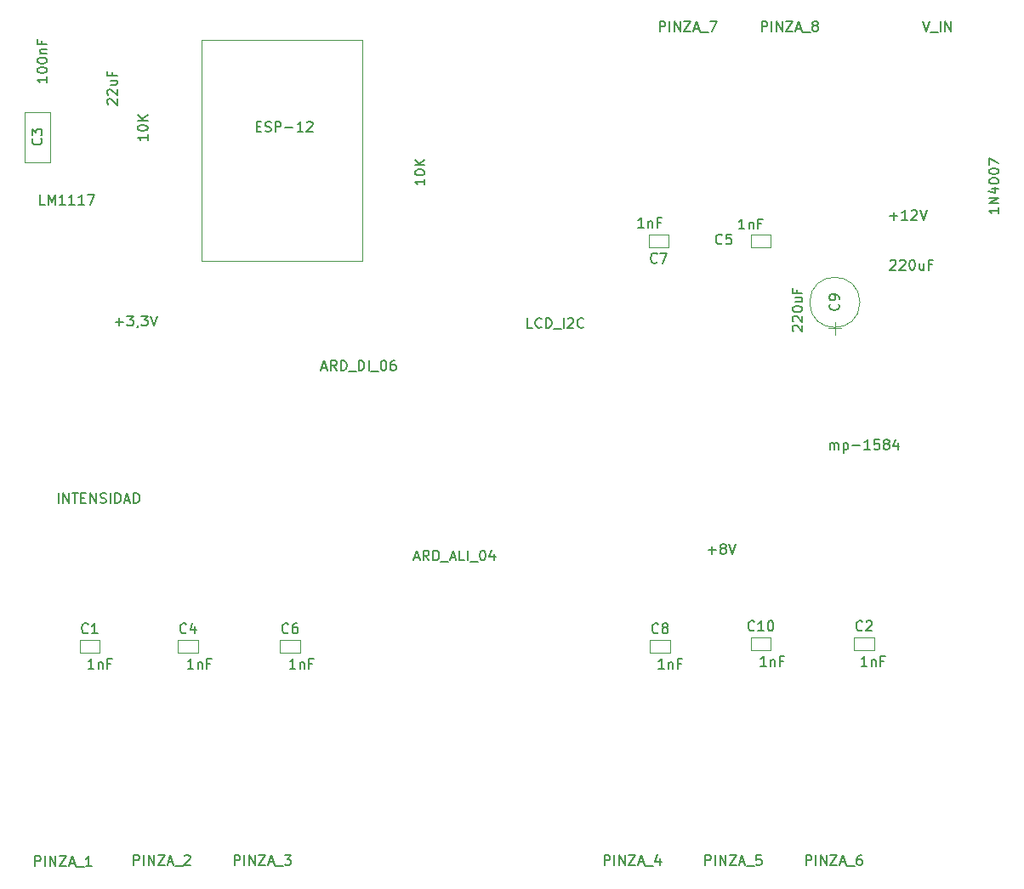
<source format=gbr>
G04 #@! TF.FileFunction,Other,Fab,Top*
%FSLAX46Y46*%
G04 Gerber Fmt 4.6, Leading zero omitted, Abs format (unit mm)*
G04 Created by KiCad (PCBNEW 4.0.7-e2-6376~58~ubuntu16.04.1) date Tue Dec 12 15:57:28 2017*
%MOMM*%
%LPD*%
G01*
G04 APERTURE LIST*
%ADD10C,0.100000*%
%ADD11C,0.050000*%
%ADD12C,0.150000*%
G04 APERTURE END LIST*
D10*
D11*
X125800000Y-46300000D02*
X125800000Y-68300000D01*
X125800000Y-68300000D02*
X109800000Y-68300000D01*
X109792000Y-68300000D02*
X109792000Y-46300000D01*
X109800000Y-46300000D02*
X125800000Y-46300000D01*
D10*
X92222000Y-58420000D02*
X94722000Y-58420000D01*
X94722000Y-58420000D02*
X94722000Y-53420000D01*
X94722000Y-53420000D02*
X92222000Y-53420000D01*
X92222000Y-53420000D02*
X92222000Y-58420000D01*
X175347000Y-72406000D02*
G75*
G03X175347000Y-72406000I-2500000J0D01*
G01*
X172847000Y-75606000D02*
X172847000Y-74406000D01*
X172197000Y-75006000D02*
X173497000Y-75006000D01*
X174768000Y-107046000D02*
X174768000Y-105806000D01*
X176768000Y-107046000D02*
X174768000Y-107046000D01*
X176768000Y-105806000D02*
X176768000Y-107046000D01*
X174768000Y-105806000D02*
X176768000Y-105806000D01*
X107458000Y-107300000D02*
X107458000Y-106060000D01*
X109458000Y-107300000D02*
X107458000Y-107300000D01*
X109458000Y-106060000D02*
X109458000Y-107300000D01*
X107458000Y-106060000D02*
X109458000Y-106060000D01*
X166481000Y-65674000D02*
X166481000Y-66914000D01*
X164481000Y-65674000D02*
X166481000Y-65674000D01*
X164481000Y-66914000D02*
X164481000Y-65674000D01*
X166481000Y-66914000D02*
X164481000Y-66914000D01*
X117618000Y-107300000D02*
X117618000Y-106060000D01*
X119618000Y-107300000D02*
X117618000Y-107300000D01*
X119618000Y-106060000D02*
X119618000Y-107300000D01*
X117618000Y-106060000D02*
X119618000Y-106060000D01*
X156321000Y-65674000D02*
X156321000Y-66914000D01*
X154321000Y-65674000D02*
X156321000Y-65674000D01*
X154321000Y-66914000D02*
X154321000Y-65674000D01*
X156321000Y-66914000D02*
X154321000Y-66914000D01*
X154448000Y-107300000D02*
X154448000Y-106060000D01*
X156448000Y-107300000D02*
X154448000Y-107300000D01*
X156448000Y-106060000D02*
X156448000Y-107300000D01*
X154448000Y-106060000D02*
X156448000Y-106060000D01*
X164481000Y-107046000D02*
X164481000Y-105806000D01*
X166481000Y-107046000D02*
X164481000Y-107046000D01*
X166481000Y-105806000D02*
X166481000Y-107046000D01*
X164481000Y-105806000D02*
X166481000Y-105806000D01*
X97679000Y-107300000D02*
X97679000Y-106060000D01*
X99679000Y-107300000D02*
X97679000Y-107300000D01*
X99679000Y-106060000D02*
X99679000Y-107300000D01*
X97679000Y-106060000D02*
X99679000Y-106060000D01*
D12*
X172363238Y-87066381D02*
X172363238Y-86399714D01*
X172363238Y-86494952D02*
X172410857Y-86447333D01*
X172506095Y-86399714D01*
X172648953Y-86399714D01*
X172744191Y-86447333D01*
X172791810Y-86542571D01*
X172791810Y-87066381D01*
X172791810Y-86542571D02*
X172839429Y-86447333D01*
X172934667Y-86399714D01*
X173077524Y-86399714D01*
X173172762Y-86447333D01*
X173220381Y-86542571D01*
X173220381Y-87066381D01*
X173696571Y-86399714D02*
X173696571Y-87399714D01*
X173696571Y-86447333D02*
X173791809Y-86399714D01*
X173982286Y-86399714D01*
X174077524Y-86447333D01*
X174125143Y-86494952D01*
X174172762Y-86590190D01*
X174172762Y-86875905D01*
X174125143Y-86971143D01*
X174077524Y-87018762D01*
X173982286Y-87066381D01*
X173791809Y-87066381D01*
X173696571Y-87018762D01*
X174601333Y-86685429D02*
X175363238Y-86685429D01*
X176363238Y-87066381D02*
X175791809Y-87066381D01*
X176077523Y-87066381D02*
X176077523Y-86066381D01*
X175982285Y-86209238D01*
X175887047Y-86304476D01*
X175791809Y-86352095D01*
X177268000Y-86066381D02*
X176791809Y-86066381D01*
X176744190Y-86542571D01*
X176791809Y-86494952D01*
X176887047Y-86447333D01*
X177125143Y-86447333D01*
X177220381Y-86494952D01*
X177268000Y-86542571D01*
X177315619Y-86637810D01*
X177315619Y-86875905D01*
X177268000Y-86971143D01*
X177220381Y-87018762D01*
X177125143Y-87066381D01*
X176887047Y-87066381D01*
X176791809Y-87018762D01*
X176744190Y-86971143D01*
X177887047Y-86494952D02*
X177791809Y-86447333D01*
X177744190Y-86399714D01*
X177696571Y-86304476D01*
X177696571Y-86256857D01*
X177744190Y-86161619D01*
X177791809Y-86114000D01*
X177887047Y-86066381D01*
X178077524Y-86066381D01*
X178172762Y-86114000D01*
X178220381Y-86161619D01*
X178268000Y-86256857D01*
X178268000Y-86304476D01*
X178220381Y-86399714D01*
X178172762Y-86447333D01*
X178077524Y-86494952D01*
X177887047Y-86494952D01*
X177791809Y-86542571D01*
X177744190Y-86590190D01*
X177696571Y-86685429D01*
X177696571Y-86875905D01*
X177744190Y-86971143D01*
X177791809Y-87018762D01*
X177887047Y-87066381D01*
X178077524Y-87066381D01*
X178172762Y-87018762D01*
X178220381Y-86971143D01*
X178268000Y-86875905D01*
X178268000Y-86685429D01*
X178220381Y-86590190D01*
X178172762Y-86542571D01*
X178077524Y-86494952D01*
X179125143Y-86399714D02*
X179125143Y-87066381D01*
X178887047Y-86018762D02*
X178648952Y-86733048D01*
X179268000Y-86733048D01*
X181612810Y-44415381D02*
X181946143Y-45415381D01*
X182279477Y-44415381D01*
X182374715Y-45510619D02*
X183136620Y-45510619D01*
X183374715Y-45415381D02*
X183374715Y-44415381D01*
X183850905Y-45415381D02*
X183850905Y-44415381D01*
X184422334Y-45415381D01*
X184422334Y-44415381D01*
X130977190Y-97829667D02*
X131453381Y-97829667D01*
X130881952Y-98115381D02*
X131215285Y-97115381D01*
X131548619Y-98115381D01*
X132453381Y-98115381D02*
X132120047Y-97639190D01*
X131881952Y-98115381D02*
X131881952Y-97115381D01*
X132262905Y-97115381D01*
X132358143Y-97163000D01*
X132405762Y-97210619D01*
X132453381Y-97305857D01*
X132453381Y-97448714D01*
X132405762Y-97543952D01*
X132358143Y-97591571D01*
X132262905Y-97639190D01*
X131881952Y-97639190D01*
X132881952Y-98115381D02*
X132881952Y-97115381D01*
X133120047Y-97115381D01*
X133262905Y-97163000D01*
X133358143Y-97258238D01*
X133405762Y-97353476D01*
X133453381Y-97543952D01*
X133453381Y-97686810D01*
X133405762Y-97877286D01*
X133358143Y-97972524D01*
X133262905Y-98067762D01*
X133120047Y-98115381D01*
X132881952Y-98115381D01*
X133643857Y-98210619D02*
X134405762Y-98210619D01*
X134596238Y-97829667D02*
X135072429Y-97829667D01*
X134501000Y-98115381D02*
X134834333Y-97115381D01*
X135167667Y-98115381D01*
X135977191Y-98115381D02*
X135501000Y-98115381D01*
X135501000Y-97115381D01*
X136310524Y-98115381D02*
X136310524Y-97115381D01*
X136548619Y-98210619D02*
X137310524Y-98210619D01*
X137739095Y-97115381D02*
X137834334Y-97115381D01*
X137929572Y-97163000D01*
X137977191Y-97210619D01*
X138024810Y-97305857D01*
X138072429Y-97496333D01*
X138072429Y-97734429D01*
X138024810Y-97924905D01*
X137977191Y-98020143D01*
X137929572Y-98067762D01*
X137834334Y-98115381D01*
X137739095Y-98115381D01*
X137643857Y-98067762D01*
X137596238Y-98020143D01*
X137548619Y-97924905D01*
X137501000Y-97734429D01*
X137501000Y-97496333D01*
X137548619Y-97305857D01*
X137596238Y-97210619D01*
X137643857Y-97163000D01*
X137739095Y-97115381D01*
X138929572Y-97448714D02*
X138929572Y-98115381D01*
X138691476Y-97067762D02*
X138453381Y-97782048D01*
X139072429Y-97782048D01*
X94226334Y-62682381D02*
X93750143Y-62682381D01*
X93750143Y-61682381D01*
X94559667Y-62682381D02*
X94559667Y-61682381D01*
X94893001Y-62396667D01*
X95226334Y-61682381D01*
X95226334Y-62682381D01*
X96226334Y-62682381D02*
X95654905Y-62682381D01*
X95940619Y-62682381D02*
X95940619Y-61682381D01*
X95845381Y-61825238D01*
X95750143Y-61920476D01*
X95654905Y-61968095D01*
X97178715Y-62682381D02*
X96607286Y-62682381D01*
X96893000Y-62682381D02*
X96893000Y-61682381D01*
X96797762Y-61825238D01*
X96702524Y-61920476D01*
X96607286Y-61968095D01*
X98131096Y-62682381D02*
X97559667Y-62682381D01*
X97845381Y-62682381D02*
X97845381Y-61682381D01*
X97750143Y-61825238D01*
X97654905Y-61920476D01*
X97559667Y-61968095D01*
X98464429Y-61682381D02*
X99131096Y-61682381D01*
X98702524Y-62682381D01*
X115288095Y-54878571D02*
X115621429Y-54878571D01*
X115764286Y-55402381D02*
X115288095Y-55402381D01*
X115288095Y-54402381D01*
X115764286Y-54402381D01*
X116145238Y-55354762D02*
X116288095Y-55402381D01*
X116526191Y-55402381D01*
X116621429Y-55354762D01*
X116669048Y-55307143D01*
X116716667Y-55211905D01*
X116716667Y-55116667D01*
X116669048Y-55021429D01*
X116621429Y-54973810D01*
X116526191Y-54926190D01*
X116335714Y-54878571D01*
X116240476Y-54830952D01*
X116192857Y-54783333D01*
X116145238Y-54688095D01*
X116145238Y-54592857D01*
X116192857Y-54497619D01*
X116240476Y-54450000D01*
X116335714Y-54402381D01*
X116573810Y-54402381D01*
X116716667Y-54450000D01*
X117145238Y-55402381D02*
X117145238Y-54402381D01*
X117526191Y-54402381D01*
X117621429Y-54450000D01*
X117669048Y-54497619D01*
X117716667Y-54592857D01*
X117716667Y-54735714D01*
X117669048Y-54830952D01*
X117621429Y-54878571D01*
X117526191Y-54926190D01*
X117145238Y-54926190D01*
X118145238Y-55021429D02*
X118907143Y-55021429D01*
X119907143Y-55402381D02*
X119335714Y-55402381D01*
X119621428Y-55402381D02*
X119621428Y-54402381D01*
X119526190Y-54545238D01*
X119430952Y-54640476D01*
X119335714Y-54688095D01*
X120288095Y-54497619D02*
X120335714Y-54450000D01*
X120430952Y-54402381D01*
X120669048Y-54402381D01*
X120764286Y-54450000D01*
X120811905Y-54497619D01*
X120859524Y-54592857D01*
X120859524Y-54688095D01*
X120811905Y-54830952D01*
X120240476Y-55402381D01*
X120859524Y-55402381D01*
X178363952Y-68264619D02*
X178411571Y-68217000D01*
X178506809Y-68169381D01*
X178744905Y-68169381D01*
X178840143Y-68217000D01*
X178887762Y-68264619D01*
X178935381Y-68359857D01*
X178935381Y-68455095D01*
X178887762Y-68597952D01*
X178316333Y-69169381D01*
X178935381Y-69169381D01*
X179316333Y-68264619D02*
X179363952Y-68217000D01*
X179459190Y-68169381D01*
X179697286Y-68169381D01*
X179792524Y-68217000D01*
X179840143Y-68264619D01*
X179887762Y-68359857D01*
X179887762Y-68455095D01*
X179840143Y-68597952D01*
X179268714Y-69169381D01*
X179887762Y-69169381D01*
X180506809Y-68169381D02*
X180602048Y-68169381D01*
X180697286Y-68217000D01*
X180744905Y-68264619D01*
X180792524Y-68359857D01*
X180840143Y-68550333D01*
X180840143Y-68788429D01*
X180792524Y-68978905D01*
X180744905Y-69074143D01*
X180697286Y-69121762D01*
X180602048Y-69169381D01*
X180506809Y-69169381D01*
X180411571Y-69121762D01*
X180363952Y-69074143D01*
X180316333Y-68978905D01*
X180268714Y-68788429D01*
X180268714Y-68550333D01*
X180316333Y-68359857D01*
X180363952Y-68264619D01*
X180411571Y-68217000D01*
X180506809Y-68169381D01*
X181697286Y-68502714D02*
X181697286Y-69169381D01*
X181268714Y-68502714D02*
X181268714Y-69026524D01*
X181316333Y-69121762D01*
X181411571Y-69169381D01*
X181554429Y-69169381D01*
X181649667Y-69121762D01*
X181697286Y-69074143D01*
X182506810Y-68645571D02*
X182173476Y-68645571D01*
X182173476Y-69169381D02*
X182173476Y-68169381D01*
X182649667Y-68169381D01*
X100512619Y-52696857D02*
X100465000Y-52649238D01*
X100417381Y-52554000D01*
X100417381Y-52315904D01*
X100465000Y-52220666D01*
X100512619Y-52173047D01*
X100607857Y-52125428D01*
X100703095Y-52125428D01*
X100845952Y-52173047D01*
X101417381Y-52744476D01*
X101417381Y-52125428D01*
X100512619Y-51744476D02*
X100465000Y-51696857D01*
X100417381Y-51601619D01*
X100417381Y-51363523D01*
X100465000Y-51268285D01*
X100512619Y-51220666D01*
X100607857Y-51173047D01*
X100703095Y-51173047D01*
X100845952Y-51220666D01*
X101417381Y-51792095D01*
X101417381Y-51173047D01*
X100750714Y-50315904D02*
X101417381Y-50315904D01*
X100750714Y-50744476D02*
X101274524Y-50744476D01*
X101369762Y-50696857D01*
X101417381Y-50601619D01*
X101417381Y-50458761D01*
X101369762Y-50363523D01*
X101322143Y-50315904D01*
X100893571Y-49506380D02*
X100893571Y-49839714D01*
X101417381Y-49839714D02*
X100417381Y-49839714D01*
X100417381Y-49363523D01*
X189174381Y-62975857D02*
X189174381Y-63547286D01*
X189174381Y-63261572D02*
X188174381Y-63261572D01*
X188317238Y-63356810D01*
X188412476Y-63452048D01*
X188460095Y-63547286D01*
X189174381Y-62547286D02*
X188174381Y-62547286D01*
X189174381Y-61975857D01*
X188174381Y-61975857D01*
X188507714Y-61071095D02*
X189174381Y-61071095D01*
X188126762Y-61309191D02*
X188841048Y-61547286D01*
X188841048Y-60928238D01*
X188174381Y-60356810D02*
X188174381Y-60261571D01*
X188222000Y-60166333D01*
X188269619Y-60118714D01*
X188364857Y-60071095D01*
X188555333Y-60023476D01*
X188793429Y-60023476D01*
X188983905Y-60071095D01*
X189079143Y-60118714D01*
X189126762Y-60166333D01*
X189174381Y-60261571D01*
X189174381Y-60356810D01*
X189126762Y-60452048D01*
X189079143Y-60499667D01*
X188983905Y-60547286D01*
X188793429Y-60594905D01*
X188555333Y-60594905D01*
X188364857Y-60547286D01*
X188269619Y-60499667D01*
X188222000Y-60452048D01*
X188174381Y-60356810D01*
X188174381Y-59404429D02*
X188174381Y-59309190D01*
X188222000Y-59213952D01*
X188269619Y-59166333D01*
X188364857Y-59118714D01*
X188555333Y-59071095D01*
X188793429Y-59071095D01*
X188983905Y-59118714D01*
X189079143Y-59166333D01*
X189126762Y-59213952D01*
X189174381Y-59309190D01*
X189174381Y-59404429D01*
X189126762Y-59499667D01*
X189079143Y-59547286D01*
X188983905Y-59594905D01*
X188793429Y-59642524D01*
X188555333Y-59642524D01*
X188364857Y-59594905D01*
X188269619Y-59547286D01*
X188222000Y-59499667D01*
X188174381Y-59404429D01*
X188174381Y-58737762D02*
X188174381Y-58071095D01*
X189174381Y-58499667D01*
X93238286Y-128566381D02*
X93238286Y-127566381D01*
X93619239Y-127566381D01*
X93714477Y-127614000D01*
X93762096Y-127661619D01*
X93809715Y-127756857D01*
X93809715Y-127899714D01*
X93762096Y-127994952D01*
X93714477Y-128042571D01*
X93619239Y-128090190D01*
X93238286Y-128090190D01*
X94238286Y-128566381D02*
X94238286Y-127566381D01*
X94714476Y-128566381D02*
X94714476Y-127566381D01*
X95285905Y-128566381D01*
X95285905Y-127566381D01*
X95666857Y-127566381D02*
X96333524Y-127566381D01*
X95666857Y-128566381D01*
X96333524Y-128566381D01*
X96666857Y-128280667D02*
X97143048Y-128280667D01*
X96571619Y-128566381D02*
X96904952Y-127566381D01*
X97238286Y-128566381D01*
X97333524Y-128661619D02*
X98095429Y-128661619D01*
X98857334Y-128566381D02*
X98285905Y-128566381D01*
X98571619Y-128566381D02*
X98571619Y-127566381D01*
X98476381Y-127709238D01*
X98381143Y-127804476D01*
X98285905Y-127852095D01*
X95544191Y-92400381D02*
X95544191Y-91400381D01*
X96020381Y-92400381D02*
X96020381Y-91400381D01*
X96591810Y-92400381D01*
X96591810Y-91400381D01*
X96925143Y-91400381D02*
X97496572Y-91400381D01*
X97210857Y-92400381D02*
X97210857Y-91400381D01*
X97829905Y-91876571D02*
X98163239Y-91876571D01*
X98306096Y-92400381D02*
X97829905Y-92400381D01*
X97829905Y-91400381D01*
X98306096Y-91400381D01*
X98734667Y-92400381D02*
X98734667Y-91400381D01*
X99306096Y-92400381D01*
X99306096Y-91400381D01*
X99734667Y-92352762D02*
X99877524Y-92400381D01*
X100115620Y-92400381D01*
X100210858Y-92352762D01*
X100258477Y-92305143D01*
X100306096Y-92209905D01*
X100306096Y-92114667D01*
X100258477Y-92019429D01*
X100210858Y-91971810D01*
X100115620Y-91924190D01*
X99925143Y-91876571D01*
X99829905Y-91828952D01*
X99782286Y-91781333D01*
X99734667Y-91686095D01*
X99734667Y-91590857D01*
X99782286Y-91495619D01*
X99829905Y-91448000D01*
X99925143Y-91400381D01*
X100163239Y-91400381D01*
X100306096Y-91448000D01*
X100734667Y-92400381D02*
X100734667Y-91400381D01*
X101210857Y-92400381D02*
X101210857Y-91400381D01*
X101448952Y-91400381D01*
X101591810Y-91448000D01*
X101687048Y-91543238D01*
X101734667Y-91638476D01*
X101782286Y-91828952D01*
X101782286Y-91971810D01*
X101734667Y-92162286D01*
X101687048Y-92257524D01*
X101591810Y-92352762D01*
X101448952Y-92400381D01*
X101210857Y-92400381D01*
X102163238Y-92114667D02*
X102639429Y-92114667D01*
X102068000Y-92400381D02*
X102401333Y-91400381D01*
X102734667Y-92400381D01*
X103068000Y-92400381D02*
X103068000Y-91400381D01*
X103306095Y-91400381D01*
X103448953Y-91448000D01*
X103544191Y-91543238D01*
X103591810Y-91638476D01*
X103639429Y-91828952D01*
X103639429Y-91971810D01*
X103591810Y-92162286D01*
X103544191Y-92257524D01*
X103448953Y-92352762D01*
X103306095Y-92400381D01*
X103068000Y-92400381D01*
X142748286Y-74949381D02*
X142272095Y-74949381D01*
X142272095Y-73949381D01*
X143653048Y-74854143D02*
X143605429Y-74901762D01*
X143462572Y-74949381D01*
X143367334Y-74949381D01*
X143224476Y-74901762D01*
X143129238Y-74806524D01*
X143081619Y-74711286D01*
X143034000Y-74520810D01*
X143034000Y-74377952D01*
X143081619Y-74187476D01*
X143129238Y-74092238D01*
X143224476Y-73997000D01*
X143367334Y-73949381D01*
X143462572Y-73949381D01*
X143605429Y-73997000D01*
X143653048Y-74044619D01*
X144081619Y-74949381D02*
X144081619Y-73949381D01*
X144319714Y-73949381D01*
X144462572Y-73997000D01*
X144557810Y-74092238D01*
X144605429Y-74187476D01*
X144653048Y-74377952D01*
X144653048Y-74520810D01*
X144605429Y-74711286D01*
X144557810Y-74806524D01*
X144462572Y-74901762D01*
X144319714Y-74949381D01*
X144081619Y-74949381D01*
X144843524Y-75044619D02*
X145605429Y-75044619D01*
X145843524Y-74949381D02*
X145843524Y-73949381D01*
X146272095Y-74044619D02*
X146319714Y-73997000D01*
X146414952Y-73949381D01*
X146653048Y-73949381D01*
X146748286Y-73997000D01*
X146795905Y-74044619D01*
X146843524Y-74139857D01*
X146843524Y-74235095D01*
X146795905Y-74377952D01*
X146224476Y-74949381D01*
X146843524Y-74949381D01*
X147843524Y-74854143D02*
X147795905Y-74901762D01*
X147653048Y-74949381D01*
X147557810Y-74949381D01*
X147414952Y-74901762D01*
X147319714Y-74806524D01*
X147272095Y-74711286D01*
X147224476Y-74520810D01*
X147224476Y-74377952D01*
X147272095Y-74187476D01*
X147319714Y-74092238D01*
X147414952Y-73997000D01*
X147557810Y-73949381D01*
X147653048Y-73949381D01*
X147795905Y-73997000D01*
X147843524Y-74044619D01*
X121785524Y-78906667D02*
X122261715Y-78906667D01*
X121690286Y-79192381D02*
X122023619Y-78192381D01*
X122356953Y-79192381D01*
X123261715Y-79192381D02*
X122928381Y-78716190D01*
X122690286Y-79192381D02*
X122690286Y-78192381D01*
X123071239Y-78192381D01*
X123166477Y-78240000D01*
X123214096Y-78287619D01*
X123261715Y-78382857D01*
X123261715Y-78525714D01*
X123214096Y-78620952D01*
X123166477Y-78668571D01*
X123071239Y-78716190D01*
X122690286Y-78716190D01*
X123690286Y-79192381D02*
X123690286Y-78192381D01*
X123928381Y-78192381D01*
X124071239Y-78240000D01*
X124166477Y-78335238D01*
X124214096Y-78430476D01*
X124261715Y-78620952D01*
X124261715Y-78763810D01*
X124214096Y-78954286D01*
X124166477Y-79049524D01*
X124071239Y-79144762D01*
X123928381Y-79192381D01*
X123690286Y-79192381D01*
X124452191Y-79287619D02*
X125214096Y-79287619D01*
X125452191Y-79192381D02*
X125452191Y-78192381D01*
X125690286Y-78192381D01*
X125833144Y-78240000D01*
X125928382Y-78335238D01*
X125976001Y-78430476D01*
X126023620Y-78620952D01*
X126023620Y-78763810D01*
X125976001Y-78954286D01*
X125928382Y-79049524D01*
X125833144Y-79144762D01*
X125690286Y-79192381D01*
X125452191Y-79192381D01*
X126452191Y-79192381D02*
X126452191Y-78192381D01*
X126690286Y-79287619D02*
X127452191Y-79287619D01*
X127880762Y-78192381D02*
X127976001Y-78192381D01*
X128071239Y-78240000D01*
X128118858Y-78287619D01*
X128166477Y-78382857D01*
X128214096Y-78573333D01*
X128214096Y-78811429D01*
X128166477Y-79001905D01*
X128118858Y-79097143D01*
X128071239Y-79144762D01*
X127976001Y-79192381D01*
X127880762Y-79192381D01*
X127785524Y-79144762D01*
X127737905Y-79097143D01*
X127690286Y-79001905D01*
X127642667Y-78811429D01*
X127642667Y-78573333D01*
X127690286Y-78382857D01*
X127737905Y-78287619D01*
X127785524Y-78240000D01*
X127880762Y-78192381D01*
X129071239Y-78192381D02*
X128880762Y-78192381D01*
X128785524Y-78240000D01*
X128737905Y-78287619D01*
X128642667Y-78430476D01*
X128595048Y-78620952D01*
X128595048Y-79001905D01*
X128642667Y-79097143D01*
X128690286Y-79144762D01*
X128785524Y-79192381D01*
X128976001Y-79192381D01*
X129071239Y-79144762D01*
X129118858Y-79097143D01*
X129166477Y-79001905D01*
X129166477Y-78763810D01*
X129118858Y-78668571D01*
X129071239Y-78620952D01*
X128976001Y-78573333D01*
X128785524Y-78573333D01*
X128690286Y-78620952D01*
X128642667Y-78668571D01*
X128595048Y-78763810D01*
X132024381Y-60126476D02*
X132024381Y-60697905D01*
X132024381Y-60412191D02*
X131024381Y-60412191D01*
X131167238Y-60507429D01*
X131262476Y-60602667D01*
X131310095Y-60697905D01*
X131024381Y-59507429D02*
X131024381Y-59412190D01*
X131072000Y-59316952D01*
X131119619Y-59269333D01*
X131214857Y-59221714D01*
X131405333Y-59174095D01*
X131643429Y-59174095D01*
X131833905Y-59221714D01*
X131929143Y-59269333D01*
X131976762Y-59316952D01*
X132024381Y-59412190D01*
X132024381Y-59507429D01*
X131976762Y-59602667D01*
X131929143Y-59650286D01*
X131833905Y-59697905D01*
X131643429Y-59745524D01*
X131405333Y-59745524D01*
X131214857Y-59697905D01*
X131119619Y-59650286D01*
X131072000Y-59602667D01*
X131024381Y-59507429D01*
X132024381Y-58745524D02*
X131024381Y-58745524D01*
X132024381Y-58174095D02*
X131452952Y-58602667D01*
X131024381Y-58174095D02*
X131595810Y-58745524D01*
X104452381Y-55690476D02*
X104452381Y-56261905D01*
X104452381Y-55976191D02*
X103452381Y-55976191D01*
X103595238Y-56071429D01*
X103690476Y-56166667D01*
X103738095Y-56261905D01*
X103452381Y-55071429D02*
X103452381Y-54976190D01*
X103500000Y-54880952D01*
X103547619Y-54833333D01*
X103642857Y-54785714D01*
X103833333Y-54738095D01*
X104071429Y-54738095D01*
X104261905Y-54785714D01*
X104357143Y-54833333D01*
X104404762Y-54880952D01*
X104452381Y-54976190D01*
X104452381Y-55071429D01*
X104404762Y-55166667D01*
X104357143Y-55214286D01*
X104261905Y-55261905D01*
X104071429Y-55309524D01*
X103833333Y-55309524D01*
X103642857Y-55261905D01*
X103547619Y-55214286D01*
X103500000Y-55166667D01*
X103452381Y-55071429D01*
X104452381Y-54309524D02*
X103452381Y-54309524D01*
X104452381Y-53738095D02*
X103880952Y-54166667D01*
X103452381Y-53738095D02*
X104023810Y-54309524D01*
X178324095Y-63825429D02*
X179086000Y-63825429D01*
X178705048Y-64206381D02*
X178705048Y-63444476D01*
X180086000Y-64206381D02*
X179514571Y-64206381D01*
X179800285Y-64206381D02*
X179800285Y-63206381D01*
X179705047Y-63349238D01*
X179609809Y-63444476D01*
X179514571Y-63492095D01*
X180466952Y-63301619D02*
X180514571Y-63254000D01*
X180609809Y-63206381D01*
X180847905Y-63206381D01*
X180943143Y-63254000D01*
X180990762Y-63301619D01*
X181038381Y-63396857D01*
X181038381Y-63492095D01*
X180990762Y-63634952D01*
X180419333Y-64206381D01*
X181038381Y-64206381D01*
X181324095Y-63206381D02*
X181657428Y-64206381D01*
X181990762Y-63206381D01*
X101251000Y-74366429D02*
X102012905Y-74366429D01*
X101631953Y-74747381D02*
X101631953Y-73985476D01*
X102393857Y-73747381D02*
X103012905Y-73747381D01*
X102679571Y-74128333D01*
X102822429Y-74128333D01*
X102917667Y-74175952D01*
X102965286Y-74223571D01*
X103012905Y-74318810D01*
X103012905Y-74556905D01*
X102965286Y-74652143D01*
X102917667Y-74699762D01*
X102822429Y-74747381D01*
X102536714Y-74747381D01*
X102441476Y-74699762D01*
X102393857Y-74652143D01*
X103489095Y-74699762D02*
X103489095Y-74747381D01*
X103441476Y-74842619D01*
X103393857Y-74890238D01*
X103822428Y-73747381D02*
X104441476Y-73747381D01*
X104108142Y-74128333D01*
X104251000Y-74128333D01*
X104346238Y-74175952D01*
X104393857Y-74223571D01*
X104441476Y-74318810D01*
X104441476Y-74556905D01*
X104393857Y-74652143D01*
X104346238Y-74699762D01*
X104251000Y-74747381D01*
X103965285Y-74747381D01*
X103870047Y-74699762D01*
X103822428Y-74652143D01*
X104727190Y-73747381D02*
X105060523Y-74747381D01*
X105393857Y-73747381D01*
X94432381Y-49934619D02*
X94432381Y-50506048D01*
X94432381Y-50220334D02*
X93432381Y-50220334D01*
X93575238Y-50315572D01*
X93670476Y-50410810D01*
X93718095Y-50506048D01*
X93432381Y-49315572D02*
X93432381Y-49220333D01*
X93480000Y-49125095D01*
X93527619Y-49077476D01*
X93622857Y-49029857D01*
X93813333Y-48982238D01*
X94051429Y-48982238D01*
X94241905Y-49029857D01*
X94337143Y-49077476D01*
X94384762Y-49125095D01*
X94432381Y-49220333D01*
X94432381Y-49315572D01*
X94384762Y-49410810D01*
X94337143Y-49458429D01*
X94241905Y-49506048D01*
X94051429Y-49553667D01*
X93813333Y-49553667D01*
X93622857Y-49506048D01*
X93527619Y-49458429D01*
X93480000Y-49410810D01*
X93432381Y-49315572D01*
X93432381Y-48363191D02*
X93432381Y-48267952D01*
X93480000Y-48172714D01*
X93527619Y-48125095D01*
X93622857Y-48077476D01*
X93813333Y-48029857D01*
X94051429Y-48029857D01*
X94241905Y-48077476D01*
X94337143Y-48125095D01*
X94384762Y-48172714D01*
X94432381Y-48267952D01*
X94432381Y-48363191D01*
X94384762Y-48458429D01*
X94337143Y-48506048D01*
X94241905Y-48553667D01*
X94051429Y-48601286D01*
X93813333Y-48601286D01*
X93622857Y-48553667D01*
X93527619Y-48506048D01*
X93480000Y-48458429D01*
X93432381Y-48363191D01*
X93765714Y-47601286D02*
X94432381Y-47601286D01*
X93860952Y-47601286D02*
X93813333Y-47553667D01*
X93765714Y-47458429D01*
X93765714Y-47315571D01*
X93813333Y-47220333D01*
X93908571Y-47172714D01*
X94432381Y-47172714D01*
X93908571Y-46363190D02*
X93908571Y-46696524D01*
X94432381Y-46696524D02*
X93432381Y-46696524D01*
X93432381Y-46220333D01*
X93829143Y-56086666D02*
X93876762Y-56134285D01*
X93924381Y-56277142D01*
X93924381Y-56372380D01*
X93876762Y-56515238D01*
X93781524Y-56610476D01*
X93686286Y-56658095D01*
X93495810Y-56705714D01*
X93352952Y-56705714D01*
X93162476Y-56658095D01*
X93067238Y-56610476D01*
X92972000Y-56515238D01*
X92924381Y-56372380D01*
X92924381Y-56277142D01*
X92972000Y-56134285D01*
X93019619Y-56086666D01*
X92924381Y-55753333D02*
X92924381Y-55134285D01*
X93305333Y-55467619D01*
X93305333Y-55324761D01*
X93352952Y-55229523D01*
X93400571Y-55181904D01*
X93495810Y-55134285D01*
X93733905Y-55134285D01*
X93829143Y-55181904D01*
X93876762Y-55229523D01*
X93924381Y-55324761D01*
X93924381Y-55610476D01*
X93876762Y-55705714D01*
X93829143Y-55753333D01*
X160258286Y-97099429D02*
X161020191Y-97099429D01*
X160639239Y-97480381D02*
X160639239Y-96718476D01*
X161639238Y-96908952D02*
X161544000Y-96861333D01*
X161496381Y-96813714D01*
X161448762Y-96718476D01*
X161448762Y-96670857D01*
X161496381Y-96575619D01*
X161544000Y-96528000D01*
X161639238Y-96480381D01*
X161829715Y-96480381D01*
X161924953Y-96528000D01*
X161972572Y-96575619D01*
X162020191Y-96670857D01*
X162020191Y-96718476D01*
X161972572Y-96813714D01*
X161924953Y-96861333D01*
X161829715Y-96908952D01*
X161639238Y-96908952D01*
X161544000Y-96956571D01*
X161496381Y-97004190D01*
X161448762Y-97099429D01*
X161448762Y-97289905D01*
X161496381Y-97385143D01*
X161544000Y-97432762D01*
X161639238Y-97480381D01*
X161829715Y-97480381D01*
X161924953Y-97432762D01*
X161972572Y-97385143D01*
X162020191Y-97289905D01*
X162020191Y-97099429D01*
X161972572Y-97004190D01*
X161924953Y-96956571D01*
X161829715Y-96908952D01*
X162305905Y-96480381D02*
X162639238Y-97480381D01*
X162972572Y-96480381D01*
X168711619Y-75271048D02*
X168664000Y-75223429D01*
X168616381Y-75128191D01*
X168616381Y-74890095D01*
X168664000Y-74794857D01*
X168711619Y-74747238D01*
X168806857Y-74699619D01*
X168902095Y-74699619D01*
X169044952Y-74747238D01*
X169616381Y-75318667D01*
X169616381Y-74699619D01*
X168711619Y-74318667D02*
X168664000Y-74271048D01*
X168616381Y-74175810D01*
X168616381Y-73937714D01*
X168664000Y-73842476D01*
X168711619Y-73794857D01*
X168806857Y-73747238D01*
X168902095Y-73747238D01*
X169044952Y-73794857D01*
X169616381Y-74366286D01*
X169616381Y-73747238D01*
X168616381Y-73128191D02*
X168616381Y-73032952D01*
X168664000Y-72937714D01*
X168711619Y-72890095D01*
X168806857Y-72842476D01*
X168997333Y-72794857D01*
X169235429Y-72794857D01*
X169425905Y-72842476D01*
X169521143Y-72890095D01*
X169568762Y-72937714D01*
X169616381Y-73032952D01*
X169616381Y-73128191D01*
X169568762Y-73223429D01*
X169521143Y-73271048D01*
X169425905Y-73318667D01*
X169235429Y-73366286D01*
X168997333Y-73366286D01*
X168806857Y-73318667D01*
X168711619Y-73271048D01*
X168664000Y-73223429D01*
X168616381Y-73128191D01*
X168949714Y-71937714D02*
X169616381Y-71937714D01*
X168949714Y-72366286D02*
X169473524Y-72366286D01*
X169568762Y-72318667D01*
X169616381Y-72223429D01*
X169616381Y-72080571D01*
X169568762Y-71985333D01*
X169521143Y-71937714D01*
X169092571Y-71128190D02*
X169092571Y-71461524D01*
X169616381Y-71461524D02*
X168616381Y-71461524D01*
X168616381Y-70985333D01*
X173204143Y-72572666D02*
X173251762Y-72620285D01*
X173299381Y-72763142D01*
X173299381Y-72858380D01*
X173251762Y-73001238D01*
X173156524Y-73096476D01*
X173061286Y-73144095D01*
X172870810Y-73191714D01*
X172727952Y-73191714D01*
X172537476Y-73144095D01*
X172442238Y-73096476D01*
X172347000Y-73001238D01*
X172299381Y-72858380D01*
X172299381Y-72763142D01*
X172347000Y-72620285D01*
X172394619Y-72572666D01*
X173299381Y-72096476D02*
X173299381Y-71906000D01*
X173251762Y-71810761D01*
X173204143Y-71763142D01*
X173061286Y-71667904D01*
X172870810Y-71620285D01*
X172489857Y-71620285D01*
X172394619Y-71667904D01*
X172347000Y-71715523D01*
X172299381Y-71810761D01*
X172299381Y-72001238D01*
X172347000Y-72096476D01*
X172394619Y-72144095D01*
X172489857Y-72191714D01*
X172727952Y-72191714D01*
X172823190Y-72144095D01*
X172870810Y-72096476D01*
X172918429Y-72001238D01*
X172918429Y-71810761D01*
X172870810Y-71715523D01*
X172823190Y-71667904D01*
X172727952Y-71620285D01*
X176061762Y-108656381D02*
X175490333Y-108656381D01*
X175776047Y-108656381D02*
X175776047Y-107656381D01*
X175680809Y-107799238D01*
X175585571Y-107894476D01*
X175490333Y-107942095D01*
X176490333Y-107989714D02*
X176490333Y-108656381D01*
X176490333Y-108084952D02*
X176537952Y-108037333D01*
X176633190Y-107989714D01*
X176776048Y-107989714D01*
X176871286Y-108037333D01*
X176918905Y-108132571D01*
X176918905Y-108656381D01*
X177728429Y-108132571D02*
X177395095Y-108132571D01*
X177395095Y-108656381D02*
X177395095Y-107656381D01*
X177871286Y-107656381D01*
X175601334Y-105033143D02*
X175553715Y-105080762D01*
X175410858Y-105128381D01*
X175315620Y-105128381D01*
X175172762Y-105080762D01*
X175077524Y-104985524D01*
X175029905Y-104890286D01*
X174982286Y-104699810D01*
X174982286Y-104556952D01*
X175029905Y-104366476D01*
X175077524Y-104271238D01*
X175172762Y-104176000D01*
X175315620Y-104128381D01*
X175410858Y-104128381D01*
X175553715Y-104176000D01*
X175601334Y-104223619D01*
X175982286Y-104223619D02*
X176029905Y-104176000D01*
X176125143Y-104128381D01*
X176363239Y-104128381D01*
X176458477Y-104176000D01*
X176506096Y-104223619D01*
X176553715Y-104318857D01*
X176553715Y-104414095D01*
X176506096Y-104556952D01*
X175934667Y-105128381D01*
X176553715Y-105128381D01*
X109005762Y-108910381D02*
X108434333Y-108910381D01*
X108720047Y-108910381D02*
X108720047Y-107910381D01*
X108624809Y-108053238D01*
X108529571Y-108148476D01*
X108434333Y-108196095D01*
X109434333Y-108243714D02*
X109434333Y-108910381D01*
X109434333Y-108338952D02*
X109481952Y-108291333D01*
X109577190Y-108243714D01*
X109720048Y-108243714D01*
X109815286Y-108291333D01*
X109862905Y-108386571D01*
X109862905Y-108910381D01*
X110672429Y-108386571D02*
X110339095Y-108386571D01*
X110339095Y-108910381D02*
X110339095Y-107910381D01*
X110815286Y-107910381D01*
X108291334Y-105287143D02*
X108243715Y-105334762D01*
X108100858Y-105382381D01*
X108005620Y-105382381D01*
X107862762Y-105334762D01*
X107767524Y-105239524D01*
X107719905Y-105144286D01*
X107672286Y-104953810D01*
X107672286Y-104810952D01*
X107719905Y-104620476D01*
X107767524Y-104525238D01*
X107862762Y-104430000D01*
X108005620Y-104382381D01*
X108100858Y-104382381D01*
X108243715Y-104430000D01*
X108291334Y-104477619D01*
X109148477Y-104715714D02*
X109148477Y-105382381D01*
X108910381Y-104334762D02*
X108672286Y-105049048D01*
X109291334Y-105049048D01*
X163869762Y-65095381D02*
X163298333Y-65095381D01*
X163584047Y-65095381D02*
X163584047Y-64095381D01*
X163488809Y-64238238D01*
X163393571Y-64333476D01*
X163298333Y-64381095D01*
X164298333Y-64428714D02*
X164298333Y-65095381D01*
X164298333Y-64523952D02*
X164345952Y-64476333D01*
X164441190Y-64428714D01*
X164584048Y-64428714D01*
X164679286Y-64476333D01*
X164726905Y-64571571D01*
X164726905Y-65095381D01*
X165536429Y-64571571D02*
X165203095Y-64571571D01*
X165203095Y-65095381D02*
X165203095Y-64095381D01*
X165679286Y-64095381D01*
X161631334Y-66524143D02*
X161583715Y-66571762D01*
X161440858Y-66619381D01*
X161345620Y-66619381D01*
X161202762Y-66571762D01*
X161107524Y-66476524D01*
X161059905Y-66381286D01*
X161012286Y-66190810D01*
X161012286Y-66047952D01*
X161059905Y-65857476D01*
X161107524Y-65762238D01*
X161202762Y-65667000D01*
X161345620Y-65619381D01*
X161440858Y-65619381D01*
X161583715Y-65667000D01*
X161631334Y-65714619D01*
X162536096Y-65619381D02*
X162059905Y-65619381D01*
X162012286Y-66095571D01*
X162059905Y-66047952D01*
X162155143Y-66000333D01*
X162393239Y-66000333D01*
X162488477Y-66047952D01*
X162536096Y-66095571D01*
X162583715Y-66190810D01*
X162583715Y-66428905D01*
X162536096Y-66524143D01*
X162488477Y-66571762D01*
X162393239Y-66619381D01*
X162155143Y-66619381D01*
X162059905Y-66571762D01*
X162012286Y-66524143D01*
X119165762Y-108910381D02*
X118594333Y-108910381D01*
X118880047Y-108910381D02*
X118880047Y-107910381D01*
X118784809Y-108053238D01*
X118689571Y-108148476D01*
X118594333Y-108196095D01*
X119594333Y-108243714D02*
X119594333Y-108910381D01*
X119594333Y-108338952D02*
X119641952Y-108291333D01*
X119737190Y-108243714D01*
X119880048Y-108243714D01*
X119975286Y-108291333D01*
X120022905Y-108386571D01*
X120022905Y-108910381D01*
X120832429Y-108386571D02*
X120499095Y-108386571D01*
X120499095Y-108910381D02*
X120499095Y-107910381D01*
X120975286Y-107910381D01*
X118451334Y-105287143D02*
X118403715Y-105334762D01*
X118260858Y-105382381D01*
X118165620Y-105382381D01*
X118022762Y-105334762D01*
X117927524Y-105239524D01*
X117879905Y-105144286D01*
X117832286Y-104953810D01*
X117832286Y-104810952D01*
X117879905Y-104620476D01*
X117927524Y-104525238D01*
X118022762Y-104430000D01*
X118165620Y-104382381D01*
X118260858Y-104382381D01*
X118403715Y-104430000D01*
X118451334Y-104477619D01*
X119308477Y-104382381D02*
X119118000Y-104382381D01*
X119022762Y-104430000D01*
X118975143Y-104477619D01*
X118879905Y-104620476D01*
X118832286Y-104810952D01*
X118832286Y-105191905D01*
X118879905Y-105287143D01*
X118927524Y-105334762D01*
X119022762Y-105382381D01*
X119213239Y-105382381D01*
X119308477Y-105334762D01*
X119356096Y-105287143D01*
X119403715Y-105191905D01*
X119403715Y-104953810D01*
X119356096Y-104858571D01*
X119308477Y-104810952D01*
X119213239Y-104763333D01*
X119022762Y-104763333D01*
X118927524Y-104810952D01*
X118879905Y-104858571D01*
X118832286Y-104953810D01*
X153836762Y-64968381D02*
X153265333Y-64968381D01*
X153551047Y-64968381D02*
X153551047Y-63968381D01*
X153455809Y-64111238D01*
X153360571Y-64206476D01*
X153265333Y-64254095D01*
X154265333Y-64301714D02*
X154265333Y-64968381D01*
X154265333Y-64396952D02*
X154312952Y-64349333D01*
X154408190Y-64301714D01*
X154551048Y-64301714D01*
X154646286Y-64349333D01*
X154693905Y-64444571D01*
X154693905Y-64968381D01*
X155503429Y-64444571D02*
X155170095Y-64444571D01*
X155170095Y-64968381D02*
X155170095Y-63968381D01*
X155646286Y-63968381D01*
X155154334Y-68401143D02*
X155106715Y-68448762D01*
X154963858Y-68496381D01*
X154868620Y-68496381D01*
X154725762Y-68448762D01*
X154630524Y-68353524D01*
X154582905Y-68258286D01*
X154535286Y-68067810D01*
X154535286Y-67924952D01*
X154582905Y-67734476D01*
X154630524Y-67639238D01*
X154725762Y-67544000D01*
X154868620Y-67496381D01*
X154963858Y-67496381D01*
X155106715Y-67544000D01*
X155154334Y-67591619D01*
X155487667Y-67496381D02*
X156154334Y-67496381D01*
X155725762Y-68496381D01*
X155868762Y-108910381D02*
X155297333Y-108910381D01*
X155583047Y-108910381D02*
X155583047Y-107910381D01*
X155487809Y-108053238D01*
X155392571Y-108148476D01*
X155297333Y-108196095D01*
X156297333Y-108243714D02*
X156297333Y-108910381D01*
X156297333Y-108338952D02*
X156344952Y-108291333D01*
X156440190Y-108243714D01*
X156583048Y-108243714D01*
X156678286Y-108291333D01*
X156725905Y-108386571D01*
X156725905Y-108910381D01*
X157535429Y-108386571D02*
X157202095Y-108386571D01*
X157202095Y-108910381D02*
X157202095Y-107910381D01*
X157678286Y-107910381D01*
X155281334Y-105287143D02*
X155233715Y-105334762D01*
X155090858Y-105382381D01*
X154995620Y-105382381D01*
X154852762Y-105334762D01*
X154757524Y-105239524D01*
X154709905Y-105144286D01*
X154662286Y-104953810D01*
X154662286Y-104810952D01*
X154709905Y-104620476D01*
X154757524Y-104525238D01*
X154852762Y-104430000D01*
X154995620Y-104382381D01*
X155090858Y-104382381D01*
X155233715Y-104430000D01*
X155281334Y-104477619D01*
X155852762Y-104810952D02*
X155757524Y-104763333D01*
X155709905Y-104715714D01*
X155662286Y-104620476D01*
X155662286Y-104572857D01*
X155709905Y-104477619D01*
X155757524Y-104430000D01*
X155852762Y-104382381D01*
X156043239Y-104382381D01*
X156138477Y-104430000D01*
X156186096Y-104477619D01*
X156233715Y-104572857D01*
X156233715Y-104620476D01*
X156186096Y-104715714D01*
X156138477Y-104763333D01*
X156043239Y-104810952D01*
X155852762Y-104810952D01*
X155757524Y-104858571D01*
X155709905Y-104906190D01*
X155662286Y-105001429D01*
X155662286Y-105191905D01*
X155709905Y-105287143D01*
X155757524Y-105334762D01*
X155852762Y-105382381D01*
X156043239Y-105382381D01*
X156138477Y-105334762D01*
X156186096Y-105287143D01*
X156233715Y-105191905D01*
X156233715Y-105001429D01*
X156186096Y-104906190D01*
X156138477Y-104858571D01*
X156043239Y-104810952D01*
X166028762Y-108656381D02*
X165457333Y-108656381D01*
X165743047Y-108656381D02*
X165743047Y-107656381D01*
X165647809Y-107799238D01*
X165552571Y-107894476D01*
X165457333Y-107942095D01*
X166457333Y-107989714D02*
X166457333Y-108656381D01*
X166457333Y-108084952D02*
X166504952Y-108037333D01*
X166600190Y-107989714D01*
X166743048Y-107989714D01*
X166838286Y-108037333D01*
X166885905Y-108132571D01*
X166885905Y-108656381D01*
X167695429Y-108132571D02*
X167362095Y-108132571D01*
X167362095Y-108656381D02*
X167362095Y-107656381D01*
X167838286Y-107656381D01*
X164838143Y-105033143D02*
X164790524Y-105080762D01*
X164647667Y-105128381D01*
X164552429Y-105128381D01*
X164409571Y-105080762D01*
X164314333Y-104985524D01*
X164266714Y-104890286D01*
X164219095Y-104699810D01*
X164219095Y-104556952D01*
X164266714Y-104366476D01*
X164314333Y-104271238D01*
X164409571Y-104176000D01*
X164552429Y-104128381D01*
X164647667Y-104128381D01*
X164790524Y-104176000D01*
X164838143Y-104223619D01*
X165790524Y-105128381D02*
X165219095Y-105128381D01*
X165504809Y-105128381D02*
X165504809Y-104128381D01*
X165409571Y-104271238D01*
X165314333Y-104366476D01*
X165219095Y-104414095D01*
X166409571Y-104128381D02*
X166504810Y-104128381D01*
X166600048Y-104176000D01*
X166647667Y-104223619D01*
X166695286Y-104318857D01*
X166742905Y-104509333D01*
X166742905Y-104747429D01*
X166695286Y-104937905D01*
X166647667Y-105033143D01*
X166600048Y-105080762D01*
X166504810Y-105128381D01*
X166409571Y-105128381D01*
X166314333Y-105080762D01*
X166266714Y-105033143D01*
X166219095Y-104937905D01*
X166171476Y-104747429D01*
X166171476Y-104509333D01*
X166219095Y-104318857D01*
X166266714Y-104223619D01*
X166314333Y-104176000D01*
X166409571Y-104128381D01*
X169979286Y-128463381D02*
X169979286Y-127463381D01*
X170360239Y-127463381D01*
X170455477Y-127511000D01*
X170503096Y-127558619D01*
X170550715Y-127653857D01*
X170550715Y-127796714D01*
X170503096Y-127891952D01*
X170455477Y-127939571D01*
X170360239Y-127987190D01*
X169979286Y-127987190D01*
X170979286Y-128463381D02*
X170979286Y-127463381D01*
X171455476Y-128463381D02*
X171455476Y-127463381D01*
X172026905Y-128463381D01*
X172026905Y-127463381D01*
X172407857Y-127463381D02*
X173074524Y-127463381D01*
X172407857Y-128463381D01*
X173074524Y-128463381D01*
X173407857Y-128177667D02*
X173884048Y-128177667D01*
X173312619Y-128463381D02*
X173645952Y-127463381D01*
X173979286Y-128463381D01*
X174074524Y-128558619D02*
X174836429Y-128558619D01*
X175503096Y-127463381D02*
X175312619Y-127463381D01*
X175217381Y-127511000D01*
X175169762Y-127558619D01*
X175074524Y-127701476D01*
X175026905Y-127891952D01*
X175026905Y-128272905D01*
X175074524Y-128368143D01*
X175122143Y-128415762D01*
X175217381Y-128463381D01*
X175407858Y-128463381D01*
X175503096Y-128415762D01*
X175550715Y-128368143D01*
X175598334Y-128272905D01*
X175598334Y-128034810D01*
X175550715Y-127939571D01*
X175503096Y-127891952D01*
X175407858Y-127844333D01*
X175217381Y-127844333D01*
X175122143Y-127891952D01*
X175074524Y-127939571D01*
X175026905Y-128034810D01*
X103050286Y-128463381D02*
X103050286Y-127463381D01*
X103431239Y-127463381D01*
X103526477Y-127511000D01*
X103574096Y-127558619D01*
X103621715Y-127653857D01*
X103621715Y-127796714D01*
X103574096Y-127891952D01*
X103526477Y-127939571D01*
X103431239Y-127987190D01*
X103050286Y-127987190D01*
X104050286Y-128463381D02*
X104050286Y-127463381D01*
X104526476Y-128463381D02*
X104526476Y-127463381D01*
X105097905Y-128463381D01*
X105097905Y-127463381D01*
X105478857Y-127463381D02*
X106145524Y-127463381D01*
X105478857Y-128463381D01*
X106145524Y-128463381D01*
X106478857Y-128177667D02*
X106955048Y-128177667D01*
X106383619Y-128463381D02*
X106716952Y-127463381D01*
X107050286Y-128463381D01*
X107145524Y-128558619D02*
X107907429Y-128558619D01*
X108097905Y-127558619D02*
X108145524Y-127511000D01*
X108240762Y-127463381D01*
X108478858Y-127463381D01*
X108574096Y-127511000D01*
X108621715Y-127558619D01*
X108669334Y-127653857D01*
X108669334Y-127749095D01*
X108621715Y-127891952D01*
X108050286Y-128463381D01*
X108669334Y-128463381D01*
X165571286Y-45415381D02*
X165571286Y-44415381D01*
X165952239Y-44415381D01*
X166047477Y-44463000D01*
X166095096Y-44510619D01*
X166142715Y-44605857D01*
X166142715Y-44748714D01*
X166095096Y-44843952D01*
X166047477Y-44891571D01*
X165952239Y-44939190D01*
X165571286Y-44939190D01*
X166571286Y-45415381D02*
X166571286Y-44415381D01*
X167047476Y-45415381D02*
X167047476Y-44415381D01*
X167618905Y-45415381D01*
X167618905Y-44415381D01*
X167999857Y-44415381D02*
X168666524Y-44415381D01*
X167999857Y-45415381D01*
X168666524Y-45415381D01*
X168999857Y-45129667D02*
X169476048Y-45129667D01*
X168904619Y-45415381D02*
X169237952Y-44415381D01*
X169571286Y-45415381D01*
X169666524Y-45510619D02*
X170428429Y-45510619D01*
X170809381Y-44843952D02*
X170714143Y-44796333D01*
X170666524Y-44748714D01*
X170618905Y-44653476D01*
X170618905Y-44605857D01*
X170666524Y-44510619D01*
X170714143Y-44463000D01*
X170809381Y-44415381D01*
X170999858Y-44415381D01*
X171095096Y-44463000D01*
X171142715Y-44510619D01*
X171190334Y-44605857D01*
X171190334Y-44653476D01*
X171142715Y-44748714D01*
X171095096Y-44796333D01*
X170999858Y-44843952D01*
X170809381Y-44843952D01*
X170714143Y-44891571D01*
X170666524Y-44939190D01*
X170618905Y-45034429D01*
X170618905Y-45224905D01*
X170666524Y-45320143D01*
X170714143Y-45367762D01*
X170809381Y-45415381D01*
X170999858Y-45415381D01*
X171095096Y-45367762D01*
X171142715Y-45320143D01*
X171190334Y-45224905D01*
X171190334Y-45034429D01*
X171142715Y-44939190D01*
X171095096Y-44891571D01*
X170999858Y-44843952D01*
X113083286Y-128463381D02*
X113083286Y-127463381D01*
X113464239Y-127463381D01*
X113559477Y-127511000D01*
X113607096Y-127558619D01*
X113654715Y-127653857D01*
X113654715Y-127796714D01*
X113607096Y-127891952D01*
X113559477Y-127939571D01*
X113464239Y-127987190D01*
X113083286Y-127987190D01*
X114083286Y-128463381D02*
X114083286Y-127463381D01*
X114559476Y-128463381D02*
X114559476Y-127463381D01*
X115130905Y-128463381D01*
X115130905Y-127463381D01*
X115511857Y-127463381D02*
X116178524Y-127463381D01*
X115511857Y-128463381D01*
X116178524Y-128463381D01*
X116511857Y-128177667D02*
X116988048Y-128177667D01*
X116416619Y-128463381D02*
X116749952Y-127463381D01*
X117083286Y-128463381D01*
X117178524Y-128558619D02*
X117940429Y-128558619D01*
X118083286Y-127463381D02*
X118702334Y-127463381D01*
X118369000Y-127844333D01*
X118511858Y-127844333D01*
X118607096Y-127891952D01*
X118654715Y-127939571D01*
X118702334Y-128034810D01*
X118702334Y-128272905D01*
X118654715Y-128368143D01*
X118607096Y-128415762D01*
X118511858Y-128463381D01*
X118226143Y-128463381D01*
X118130905Y-128415762D01*
X118083286Y-128368143D01*
X155411286Y-45415381D02*
X155411286Y-44415381D01*
X155792239Y-44415381D01*
X155887477Y-44463000D01*
X155935096Y-44510619D01*
X155982715Y-44605857D01*
X155982715Y-44748714D01*
X155935096Y-44843952D01*
X155887477Y-44891571D01*
X155792239Y-44939190D01*
X155411286Y-44939190D01*
X156411286Y-45415381D02*
X156411286Y-44415381D01*
X156887476Y-45415381D02*
X156887476Y-44415381D01*
X157458905Y-45415381D01*
X157458905Y-44415381D01*
X157839857Y-44415381D02*
X158506524Y-44415381D01*
X157839857Y-45415381D01*
X158506524Y-45415381D01*
X158839857Y-45129667D02*
X159316048Y-45129667D01*
X158744619Y-45415381D02*
X159077952Y-44415381D01*
X159411286Y-45415381D01*
X159506524Y-45510619D02*
X160268429Y-45510619D01*
X160411286Y-44415381D02*
X161077953Y-44415381D01*
X160649381Y-45415381D01*
X149913286Y-128463381D02*
X149913286Y-127463381D01*
X150294239Y-127463381D01*
X150389477Y-127511000D01*
X150437096Y-127558619D01*
X150484715Y-127653857D01*
X150484715Y-127796714D01*
X150437096Y-127891952D01*
X150389477Y-127939571D01*
X150294239Y-127987190D01*
X149913286Y-127987190D01*
X150913286Y-128463381D02*
X150913286Y-127463381D01*
X151389476Y-128463381D02*
X151389476Y-127463381D01*
X151960905Y-128463381D01*
X151960905Y-127463381D01*
X152341857Y-127463381D02*
X153008524Y-127463381D01*
X152341857Y-128463381D01*
X153008524Y-128463381D01*
X153341857Y-128177667D02*
X153818048Y-128177667D01*
X153246619Y-128463381D02*
X153579952Y-127463381D01*
X153913286Y-128463381D01*
X154008524Y-128558619D02*
X154770429Y-128558619D01*
X155437096Y-127796714D02*
X155437096Y-128463381D01*
X155199000Y-127415762D02*
X154960905Y-128130048D01*
X155579953Y-128130048D01*
X159946286Y-128463381D02*
X159946286Y-127463381D01*
X160327239Y-127463381D01*
X160422477Y-127511000D01*
X160470096Y-127558619D01*
X160517715Y-127653857D01*
X160517715Y-127796714D01*
X160470096Y-127891952D01*
X160422477Y-127939571D01*
X160327239Y-127987190D01*
X159946286Y-127987190D01*
X160946286Y-128463381D02*
X160946286Y-127463381D01*
X161422476Y-128463381D02*
X161422476Y-127463381D01*
X161993905Y-128463381D01*
X161993905Y-127463381D01*
X162374857Y-127463381D02*
X163041524Y-127463381D01*
X162374857Y-128463381D01*
X163041524Y-128463381D01*
X163374857Y-128177667D02*
X163851048Y-128177667D01*
X163279619Y-128463381D02*
X163612952Y-127463381D01*
X163946286Y-128463381D01*
X164041524Y-128558619D02*
X164803429Y-128558619D01*
X165517715Y-127463381D02*
X165041524Y-127463381D01*
X164993905Y-127939571D01*
X165041524Y-127891952D01*
X165136762Y-127844333D01*
X165374858Y-127844333D01*
X165470096Y-127891952D01*
X165517715Y-127939571D01*
X165565334Y-128034810D01*
X165565334Y-128272905D01*
X165517715Y-128368143D01*
X165470096Y-128415762D01*
X165374858Y-128463381D01*
X165136762Y-128463381D01*
X165041524Y-128415762D01*
X164993905Y-128368143D01*
X99099762Y-108910381D02*
X98528333Y-108910381D01*
X98814047Y-108910381D02*
X98814047Y-107910381D01*
X98718809Y-108053238D01*
X98623571Y-108148476D01*
X98528333Y-108196095D01*
X99528333Y-108243714D02*
X99528333Y-108910381D01*
X99528333Y-108338952D02*
X99575952Y-108291333D01*
X99671190Y-108243714D01*
X99814048Y-108243714D01*
X99909286Y-108291333D01*
X99956905Y-108386571D01*
X99956905Y-108910381D01*
X100766429Y-108386571D02*
X100433095Y-108386571D01*
X100433095Y-108910381D02*
X100433095Y-107910381D01*
X100909286Y-107910381D01*
X98512334Y-105287143D02*
X98464715Y-105334762D01*
X98321858Y-105382381D01*
X98226620Y-105382381D01*
X98083762Y-105334762D01*
X97988524Y-105239524D01*
X97940905Y-105144286D01*
X97893286Y-104953810D01*
X97893286Y-104810952D01*
X97940905Y-104620476D01*
X97988524Y-104525238D01*
X98083762Y-104430000D01*
X98226620Y-104382381D01*
X98321858Y-104382381D01*
X98464715Y-104430000D01*
X98512334Y-104477619D01*
X99464715Y-105382381D02*
X98893286Y-105382381D01*
X99179000Y-105382381D02*
X99179000Y-104382381D01*
X99083762Y-104525238D01*
X98988524Y-104620476D01*
X98893286Y-104668095D01*
M02*

</source>
